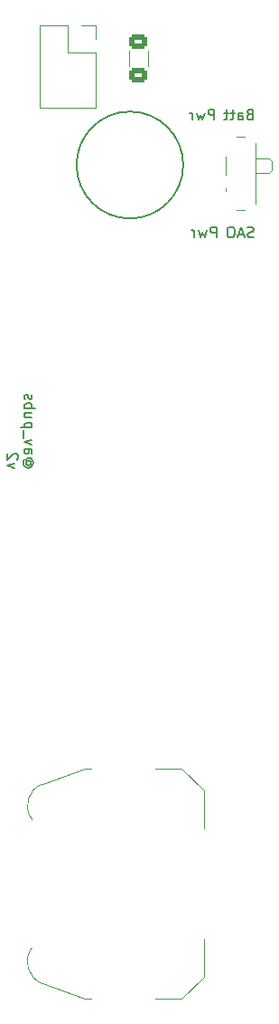
<source format=gbo>
%TF.GenerationSoftware,KiCad,Pcbnew,(7.0.0-0)*%
%TF.CreationDate,2023-07-17T23:24:17-05:00*%
%TF.ProjectId,crew-SAO,63726577-2d53-4414-9f2e-6b696361645f,rev?*%
%TF.SameCoordinates,Original*%
%TF.FileFunction,Legend,Bot*%
%TF.FilePolarity,Positive*%
%FSLAX46Y46*%
G04 Gerber Fmt 4.6, Leading zero omitted, Abs format (unit mm)*
G04 Created by KiCad (PCBNEW (7.0.0-0)) date 2023-07-17 23:24:17*
%MOMM*%
%LPD*%
G01*
G04 APERTURE LIST*
G04 Aperture macros list*
%AMRoundRect*
0 Rectangle with rounded corners*
0 $1 Rounding radius*
0 $2 $3 $4 $5 $6 $7 $8 $9 X,Y pos of 4 corners*
0 Add a 4 corners polygon primitive as box body*
4,1,4,$2,$3,$4,$5,$6,$7,$8,$9,$2,$3,0*
0 Add four circle primitives for the rounded corners*
1,1,$1+$1,$2,$3*
1,1,$1+$1,$4,$5*
1,1,$1+$1,$6,$7*
1,1,$1+$1,$8,$9*
0 Add four rect primitives between the rounded corners*
20,1,$1+$1,$2,$3,$4,$5,0*
20,1,$1+$1,$4,$5,$6,$7,0*
20,1,$1+$1,$6,$7,$8,$9,0*
20,1,$1+$1,$8,$9,$2,$3,0*%
G04 Aperture macros list end*
%ADD10C,0.150000*%
%ADD11C,0.120000*%
%ADD12R,1.800000X1.800000*%
%ADD13C,1.800000*%
%ADD14R,1.700000X1.700000*%
%ADD15O,1.700000X1.700000*%
%ADD16RoundRect,0.250000X-0.625000X0.400000X-0.625000X-0.400000X0.625000X-0.400000X0.625000X0.400000X0*%
%ADD17R,5.080000X1.270000*%
%ADD18C,17.800000*%
%ADD19R,0.800000X1.000000*%
%ADD20C,0.900000*%
%ADD21R,1.500000X0.700000*%
G04 APERTURE END LIST*
D10*
X58200000Y-77000000D02*
G75*
G03*
X58200000Y-77000000I-5000000J0D01*
G01*
X43813809Y-104642857D02*
X43861428Y-104690476D01*
X43861428Y-104690476D02*
X43909047Y-104785714D01*
X43909047Y-104785714D02*
X43909047Y-104880952D01*
X43909047Y-104880952D02*
X43861428Y-104976190D01*
X43861428Y-104976190D02*
X43813809Y-105023809D01*
X43813809Y-105023809D02*
X43718571Y-105071428D01*
X43718571Y-105071428D02*
X43623333Y-105071428D01*
X43623333Y-105071428D02*
X43528095Y-105023809D01*
X43528095Y-105023809D02*
X43480476Y-104976190D01*
X43480476Y-104976190D02*
X43432857Y-104880952D01*
X43432857Y-104880952D02*
X43432857Y-104785714D01*
X43432857Y-104785714D02*
X43480476Y-104690476D01*
X43480476Y-104690476D02*
X43528095Y-104642857D01*
X43909047Y-104642857D02*
X43528095Y-104642857D01*
X43528095Y-104642857D02*
X43480476Y-104595238D01*
X43480476Y-104595238D02*
X43480476Y-104547619D01*
X43480476Y-104547619D02*
X43528095Y-104452380D01*
X43528095Y-104452380D02*
X43623333Y-104404761D01*
X43623333Y-104404761D02*
X43861428Y-104404761D01*
X43861428Y-104404761D02*
X44004285Y-104500000D01*
X44004285Y-104500000D02*
X44099523Y-104642857D01*
X44099523Y-104642857D02*
X44147142Y-104833333D01*
X44147142Y-104833333D02*
X44099523Y-105023809D01*
X44099523Y-105023809D02*
X44004285Y-105166666D01*
X44004285Y-105166666D02*
X43861428Y-105261904D01*
X43861428Y-105261904D02*
X43670952Y-105309523D01*
X43670952Y-105309523D02*
X43480476Y-105261904D01*
X43480476Y-105261904D02*
X43337619Y-105166666D01*
X43337619Y-105166666D02*
X43242380Y-105023809D01*
X43242380Y-105023809D02*
X43194761Y-104833333D01*
X43194761Y-104833333D02*
X43242380Y-104642857D01*
X43242380Y-104642857D02*
X43337619Y-104500000D01*
X43337619Y-103547619D02*
X43861428Y-103547619D01*
X43861428Y-103547619D02*
X43956666Y-103595238D01*
X43956666Y-103595238D02*
X44004285Y-103690476D01*
X44004285Y-103690476D02*
X44004285Y-103880952D01*
X44004285Y-103880952D02*
X43956666Y-103976190D01*
X43385238Y-103547619D02*
X43337619Y-103642857D01*
X43337619Y-103642857D02*
X43337619Y-103880952D01*
X43337619Y-103880952D02*
X43385238Y-103976190D01*
X43385238Y-103976190D02*
X43480476Y-104023809D01*
X43480476Y-104023809D02*
X43575714Y-104023809D01*
X43575714Y-104023809D02*
X43670952Y-103976190D01*
X43670952Y-103976190D02*
X43718571Y-103880952D01*
X43718571Y-103880952D02*
X43718571Y-103642857D01*
X43718571Y-103642857D02*
X43766190Y-103547619D01*
X44004285Y-103166666D02*
X43337619Y-102928571D01*
X43337619Y-102928571D02*
X44004285Y-102690476D01*
X43242380Y-102547619D02*
X43242380Y-101785714D01*
X44004285Y-101547618D02*
X43004285Y-101547618D01*
X43956666Y-101547618D02*
X44004285Y-101452380D01*
X44004285Y-101452380D02*
X44004285Y-101261904D01*
X44004285Y-101261904D02*
X43956666Y-101166666D01*
X43956666Y-101166666D02*
X43909047Y-101119047D01*
X43909047Y-101119047D02*
X43813809Y-101071428D01*
X43813809Y-101071428D02*
X43528095Y-101071428D01*
X43528095Y-101071428D02*
X43432857Y-101119047D01*
X43432857Y-101119047D02*
X43385238Y-101166666D01*
X43385238Y-101166666D02*
X43337619Y-101261904D01*
X43337619Y-101261904D02*
X43337619Y-101452380D01*
X43337619Y-101452380D02*
X43385238Y-101547618D01*
X44004285Y-100214285D02*
X43337619Y-100214285D01*
X44004285Y-100642856D02*
X43480476Y-100642856D01*
X43480476Y-100642856D02*
X43385238Y-100595237D01*
X43385238Y-100595237D02*
X43337619Y-100499999D01*
X43337619Y-100499999D02*
X43337619Y-100357142D01*
X43337619Y-100357142D02*
X43385238Y-100261904D01*
X43385238Y-100261904D02*
X43432857Y-100214285D01*
X43337619Y-99738094D02*
X44337619Y-99738094D01*
X43956666Y-99738094D02*
X44004285Y-99642856D01*
X44004285Y-99642856D02*
X44004285Y-99452380D01*
X44004285Y-99452380D02*
X43956666Y-99357142D01*
X43956666Y-99357142D02*
X43909047Y-99309523D01*
X43909047Y-99309523D02*
X43813809Y-99261904D01*
X43813809Y-99261904D02*
X43528095Y-99261904D01*
X43528095Y-99261904D02*
X43432857Y-99309523D01*
X43432857Y-99309523D02*
X43385238Y-99357142D01*
X43385238Y-99357142D02*
X43337619Y-99452380D01*
X43337619Y-99452380D02*
X43337619Y-99642856D01*
X43337619Y-99642856D02*
X43385238Y-99738094D01*
X43385238Y-98880951D02*
X43337619Y-98785713D01*
X43337619Y-98785713D02*
X43337619Y-98595237D01*
X43337619Y-98595237D02*
X43385238Y-98499999D01*
X43385238Y-98499999D02*
X43480476Y-98452380D01*
X43480476Y-98452380D02*
X43528095Y-98452380D01*
X43528095Y-98452380D02*
X43623333Y-98499999D01*
X43623333Y-98499999D02*
X43670952Y-98595237D01*
X43670952Y-98595237D02*
X43670952Y-98738094D01*
X43670952Y-98738094D02*
X43718571Y-98833332D01*
X43718571Y-98833332D02*
X43813809Y-98880951D01*
X43813809Y-98880951D02*
X43861428Y-98880951D01*
X43861428Y-98880951D02*
X43956666Y-98833332D01*
X43956666Y-98833332D02*
X44004285Y-98738094D01*
X44004285Y-98738094D02*
X44004285Y-98595237D01*
X44004285Y-98595237D02*
X43956666Y-98499999D01*
X42384285Y-105357142D02*
X41717619Y-105119047D01*
X41717619Y-105119047D02*
X42384285Y-104880952D01*
X42622380Y-104547618D02*
X42670000Y-104499999D01*
X42670000Y-104499999D02*
X42717619Y-104404761D01*
X42717619Y-104404761D02*
X42717619Y-104166666D01*
X42717619Y-104166666D02*
X42670000Y-104071428D01*
X42670000Y-104071428D02*
X42622380Y-104023809D01*
X42622380Y-104023809D02*
X42527142Y-103976190D01*
X42527142Y-103976190D02*
X42431904Y-103976190D01*
X42431904Y-103976190D02*
X42289047Y-104023809D01*
X42289047Y-104023809D02*
X41717619Y-104595237D01*
X41717619Y-104595237D02*
X41717619Y-103976190D01*
X64809523Y-83734761D02*
X64666666Y-83782380D01*
X64666666Y-83782380D02*
X64428571Y-83782380D01*
X64428571Y-83782380D02*
X64333333Y-83734761D01*
X64333333Y-83734761D02*
X64285714Y-83687142D01*
X64285714Y-83687142D02*
X64238095Y-83591904D01*
X64238095Y-83591904D02*
X64238095Y-83496666D01*
X64238095Y-83496666D02*
X64285714Y-83401428D01*
X64285714Y-83401428D02*
X64333333Y-83353809D01*
X64333333Y-83353809D02*
X64428571Y-83306190D01*
X64428571Y-83306190D02*
X64619047Y-83258571D01*
X64619047Y-83258571D02*
X64714285Y-83210952D01*
X64714285Y-83210952D02*
X64761904Y-83163333D01*
X64761904Y-83163333D02*
X64809523Y-83068095D01*
X64809523Y-83068095D02*
X64809523Y-82972857D01*
X64809523Y-82972857D02*
X64761904Y-82877619D01*
X64761904Y-82877619D02*
X64714285Y-82830000D01*
X64714285Y-82830000D02*
X64619047Y-82782380D01*
X64619047Y-82782380D02*
X64380952Y-82782380D01*
X64380952Y-82782380D02*
X64238095Y-82830000D01*
X63857142Y-83496666D02*
X63380952Y-83496666D01*
X63952380Y-83782380D02*
X63619047Y-82782380D01*
X63619047Y-82782380D02*
X63285714Y-83782380D01*
X62761904Y-82782380D02*
X62571428Y-82782380D01*
X62571428Y-82782380D02*
X62476190Y-82830000D01*
X62476190Y-82830000D02*
X62380952Y-82925238D01*
X62380952Y-82925238D02*
X62333333Y-83115714D01*
X62333333Y-83115714D02*
X62333333Y-83449047D01*
X62333333Y-83449047D02*
X62380952Y-83639523D01*
X62380952Y-83639523D02*
X62476190Y-83734761D01*
X62476190Y-83734761D02*
X62571428Y-83782380D01*
X62571428Y-83782380D02*
X62761904Y-83782380D01*
X62761904Y-83782380D02*
X62857142Y-83734761D01*
X62857142Y-83734761D02*
X62952380Y-83639523D01*
X62952380Y-83639523D02*
X62999999Y-83449047D01*
X62999999Y-83449047D02*
X62999999Y-83115714D01*
X62999999Y-83115714D02*
X62952380Y-82925238D01*
X62952380Y-82925238D02*
X62857142Y-82830000D01*
X62857142Y-82830000D02*
X62761904Y-82782380D01*
X61304761Y-83782380D02*
X61304761Y-82782380D01*
X61304761Y-82782380D02*
X60923809Y-82782380D01*
X60923809Y-82782380D02*
X60828571Y-82830000D01*
X60828571Y-82830000D02*
X60780952Y-82877619D01*
X60780952Y-82877619D02*
X60733333Y-82972857D01*
X60733333Y-82972857D02*
X60733333Y-83115714D01*
X60733333Y-83115714D02*
X60780952Y-83210952D01*
X60780952Y-83210952D02*
X60828571Y-83258571D01*
X60828571Y-83258571D02*
X60923809Y-83306190D01*
X60923809Y-83306190D02*
X61304761Y-83306190D01*
X60399999Y-83115714D02*
X60209523Y-83782380D01*
X60209523Y-83782380D02*
X60019047Y-83306190D01*
X60019047Y-83306190D02*
X59828571Y-83782380D01*
X59828571Y-83782380D02*
X59638095Y-83115714D01*
X59257142Y-83782380D02*
X59257142Y-83115714D01*
X59257142Y-83306190D02*
X59209523Y-83210952D01*
X59209523Y-83210952D02*
X59161904Y-83163333D01*
X59161904Y-83163333D02*
X59066666Y-83115714D01*
X59066666Y-83115714D02*
X58971428Y-83115714D01*
X64428571Y-72258571D02*
X64285714Y-72306190D01*
X64285714Y-72306190D02*
X64238095Y-72353809D01*
X64238095Y-72353809D02*
X64190476Y-72449047D01*
X64190476Y-72449047D02*
X64190476Y-72591904D01*
X64190476Y-72591904D02*
X64238095Y-72687142D01*
X64238095Y-72687142D02*
X64285714Y-72734761D01*
X64285714Y-72734761D02*
X64380952Y-72782380D01*
X64380952Y-72782380D02*
X64761904Y-72782380D01*
X64761904Y-72782380D02*
X64761904Y-71782380D01*
X64761904Y-71782380D02*
X64428571Y-71782380D01*
X64428571Y-71782380D02*
X64333333Y-71830000D01*
X64333333Y-71830000D02*
X64285714Y-71877619D01*
X64285714Y-71877619D02*
X64238095Y-71972857D01*
X64238095Y-71972857D02*
X64238095Y-72068095D01*
X64238095Y-72068095D02*
X64285714Y-72163333D01*
X64285714Y-72163333D02*
X64333333Y-72210952D01*
X64333333Y-72210952D02*
X64428571Y-72258571D01*
X64428571Y-72258571D02*
X64761904Y-72258571D01*
X63333333Y-72782380D02*
X63333333Y-72258571D01*
X63333333Y-72258571D02*
X63380952Y-72163333D01*
X63380952Y-72163333D02*
X63476190Y-72115714D01*
X63476190Y-72115714D02*
X63666666Y-72115714D01*
X63666666Y-72115714D02*
X63761904Y-72163333D01*
X63333333Y-72734761D02*
X63428571Y-72782380D01*
X63428571Y-72782380D02*
X63666666Y-72782380D01*
X63666666Y-72782380D02*
X63761904Y-72734761D01*
X63761904Y-72734761D02*
X63809523Y-72639523D01*
X63809523Y-72639523D02*
X63809523Y-72544285D01*
X63809523Y-72544285D02*
X63761904Y-72449047D01*
X63761904Y-72449047D02*
X63666666Y-72401428D01*
X63666666Y-72401428D02*
X63428571Y-72401428D01*
X63428571Y-72401428D02*
X63333333Y-72353809D01*
X62999999Y-72115714D02*
X62619047Y-72115714D01*
X62857142Y-71782380D02*
X62857142Y-72639523D01*
X62857142Y-72639523D02*
X62809523Y-72734761D01*
X62809523Y-72734761D02*
X62714285Y-72782380D01*
X62714285Y-72782380D02*
X62619047Y-72782380D01*
X62428570Y-72115714D02*
X62047618Y-72115714D01*
X62285713Y-71782380D02*
X62285713Y-72639523D01*
X62285713Y-72639523D02*
X62238094Y-72734761D01*
X62238094Y-72734761D02*
X62142856Y-72782380D01*
X62142856Y-72782380D02*
X62047618Y-72782380D01*
X61114284Y-72782380D02*
X61114284Y-71782380D01*
X61114284Y-71782380D02*
X60733332Y-71782380D01*
X60733332Y-71782380D02*
X60638094Y-71830000D01*
X60638094Y-71830000D02*
X60590475Y-71877619D01*
X60590475Y-71877619D02*
X60542856Y-71972857D01*
X60542856Y-71972857D02*
X60542856Y-72115714D01*
X60542856Y-72115714D02*
X60590475Y-72210952D01*
X60590475Y-72210952D02*
X60638094Y-72258571D01*
X60638094Y-72258571D02*
X60733332Y-72306190D01*
X60733332Y-72306190D02*
X61114284Y-72306190D01*
X60209522Y-72115714D02*
X60019046Y-72782380D01*
X60019046Y-72782380D02*
X59828570Y-72306190D01*
X59828570Y-72306190D02*
X59638094Y-72782380D01*
X59638094Y-72782380D02*
X59447618Y-72115714D01*
X59066665Y-72782380D02*
X59066665Y-72115714D01*
X59066665Y-72306190D02*
X59019046Y-72210952D01*
X59019046Y-72210952D02*
X58971427Y-72163333D01*
X58971427Y-72163333D02*
X58876189Y-72115714D01*
X58876189Y-72115714D02*
X58780951Y-72115714D01*
D11*
X49980000Y-71660000D02*
X44780000Y-71660000D01*
X49980000Y-66520000D02*
X49980000Y-71660000D01*
X49980000Y-66520000D02*
X47380000Y-66520000D01*
X49980000Y-65250000D02*
X49980000Y-63920000D01*
X49980000Y-63920000D02*
X48650000Y-63920000D01*
X47380000Y-66520000D02*
X47380000Y-63920000D01*
X47380000Y-63920000D02*
X44780000Y-63920000D01*
X44780000Y-63920000D02*
X44780000Y-71660000D01*
X54910000Y-66322936D02*
X54910000Y-67777064D01*
X53090000Y-66322936D02*
X53090000Y-67777064D01*
X48948000Y-154988000D02*
X44998000Y-153548000D01*
X49578000Y-154988000D02*
X48948000Y-154988000D01*
X58038000Y-154988000D02*
X55578000Y-154988000D01*
X60118000Y-152908000D02*
X58038000Y-154988000D01*
X60118000Y-149408000D02*
X60118000Y-152908000D01*
X60118000Y-135508000D02*
X60118000Y-139008000D01*
X60118000Y-135508000D02*
X58038000Y-133428000D01*
X48948000Y-133428000D02*
X44998000Y-134868000D01*
X49578000Y-133428000D02*
X48948000Y-133428000D01*
X58038000Y-133428000D02*
X55578000Y-133428000D01*
X44011470Y-150211354D02*
G75*
G03*
X44998000Y-153548000I1716531J-1306646D01*
G01*
X44989831Y-134882757D02*
G75*
G03*
X44028001Y-138208000I738169J-2015243D01*
G01*
X63200000Y-74350000D02*
X63990000Y-74350000D01*
X65000000Y-74950000D02*
X65000000Y-80650000D01*
X62150000Y-76200000D02*
X62150000Y-77900000D01*
X66290000Y-76400000D02*
X66500000Y-76600000D01*
X65000000Y-76400000D02*
X66290000Y-76400000D01*
X66500000Y-76600000D02*
X66500000Y-77500000D01*
X66290000Y-77700000D02*
X66500000Y-77500000D01*
X66290000Y-77700000D02*
X65000000Y-77700000D01*
X62150000Y-79200000D02*
X62150000Y-79400000D01*
X63990000Y-81250000D02*
X63200000Y-81250000D01*
%LPC*%
D12*
X60399999Y-64849999D03*
D13*
X60400000Y-67390000D03*
D14*
X48649999Y-65249999D03*
D15*
X46109999Y-65249999D03*
X48649999Y-67789999D03*
X46109999Y-67789999D03*
X48649999Y-70329999D03*
X46109999Y-70329999D03*
D16*
X54000000Y-65500000D03*
X54000000Y-68600000D03*
D17*
X52577999Y-155192999D03*
X52577999Y-133222999D03*
D18*
X52578000Y-144208000D03*
D19*
X64699999Y-74149999D03*
X62489999Y-74149999D03*
D20*
X63600000Y-76300000D03*
X63600000Y-79300000D03*
D19*
X64699999Y-81449999D03*
X62489999Y-81449999D03*
D21*
X61839999Y-75549999D03*
X61839999Y-78549999D03*
X61839999Y-80049999D03*
M02*

</source>
